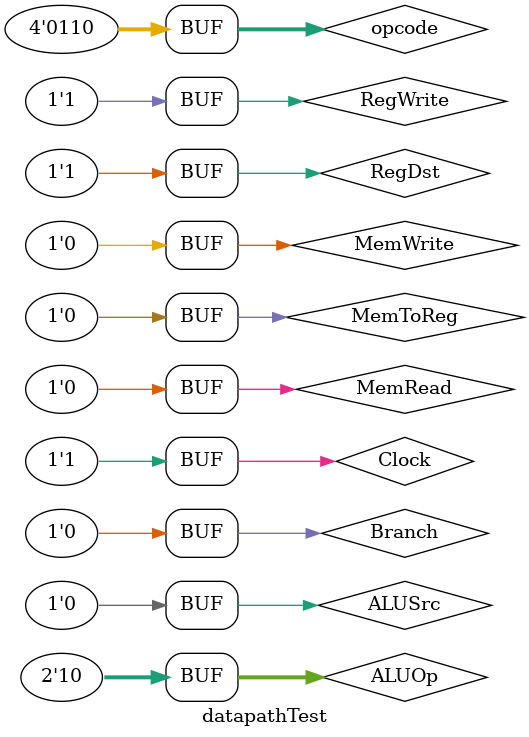
<source format=v>
`timescale 1ns / 1ps


module datapathTest;
reg Clock;
reg RegDst;
reg Branch;
reg MemRead;
reg MemWrite;
reg MemToReg;
reg ALUSrc;
reg RegWrite;
reg[1:0] ALUOp;
reg [3:0] opcode;
wire [3:0] ALUCtrl;

initial $monitor("ALuOP=%b",ALUCtrl);

initial begin
#0 Clock=1'b0;
#5 Clock=1'b1;RegDst=1'b1;ALUSrc=1'b0;MemToReg=1'b0; RegWrite=1'b1; MemRead=1'b0;MemWrite=1'b0; ALUOp=2'b10;Branch=1'b0;
opcode=4'b0110;
end

datapath d(Clock,RegDst,Branch,MemRead,MemWrite,MemToReg,ALUSrc,RegWrite,ALUOp,opcode,ALUCtrl);

endmodule

</source>
